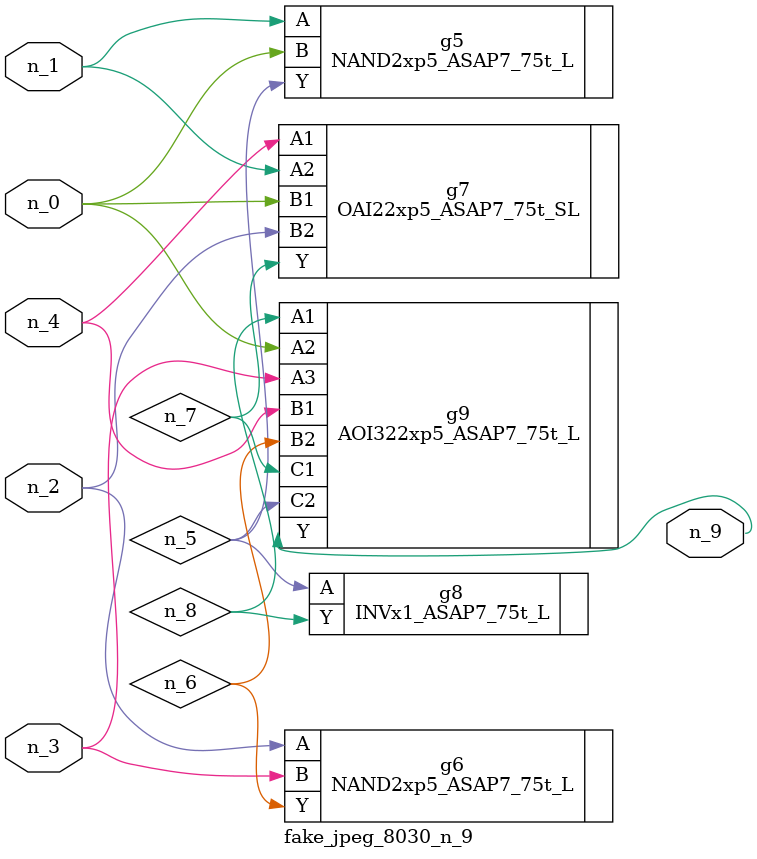
<source format=v>
module fake_jpeg_8030_n_9 (n_3, n_2, n_1, n_0, n_4, n_9);

input n_3;
input n_2;
input n_1;
input n_0;
input n_4;

output n_9;

wire n_8;
wire n_6;
wire n_5;
wire n_7;

NAND2xp5_ASAP7_75t_L g5 ( 
.A(n_1),
.B(n_0),
.Y(n_5)
);

NAND2xp5_ASAP7_75t_L g6 ( 
.A(n_2),
.B(n_3),
.Y(n_6)
);

OAI22xp5_ASAP7_75t_SL g7 ( 
.A1(n_4),
.A2(n_1),
.B1(n_0),
.B2(n_2),
.Y(n_7)
);

INVx1_ASAP7_75t_L g8 ( 
.A(n_5),
.Y(n_8)
);

AOI322xp5_ASAP7_75t_L g9 ( 
.A1(n_8),
.A2(n_0),
.A3(n_3),
.B1(n_4),
.B2(n_6),
.C1(n_7),
.C2(n_5),
.Y(n_9)
);


endmodule
</source>
